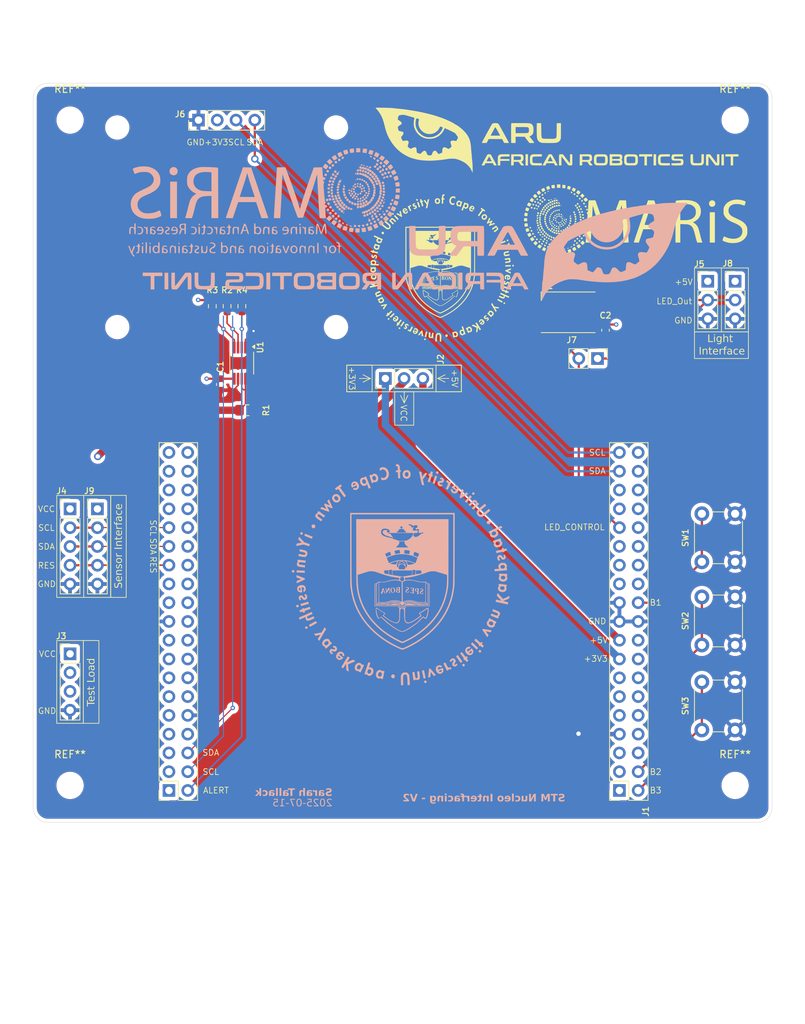
<source format=kicad_pcb>
(kicad_pcb (version 20240108) (generator "pcbnew") (generator_version "8.0")
  (title_block (title "STM Nucleo Interfacing") (date "2025-07-15") (rev "2") (company "University of Cape Town") (comment 1 "Sarah Tallack"))
  (layers (0 "F.Cu" signal) (1 "In1.Cu" signal) (2 "In2.Cu" signal) (31 "B.Cu" signal) (34 "B.Paste" user) (35 "F.Paste" user) (36 "B.SilkS" user "B.Silkscreen") (37 "F.SilkS" user "F.Silkscreen") (38 "B.Mask" user) (39 "F.Mask" user) (44 "Edge.Cuts" user))
  (net 0 "")
  (net 1 "GND")
  (net 2 "+3V3")
  (net 3 "/LED_OUT")
  (net 4 "/SDA_2")
  (net 5 "/B3")
  (net 7 "+5V")
  (net 8 "/LED_CONTROL")
  (net 22 "VCC")
  (net 27 "/SCL_3")
  (net 28 "/SDA_3")
  (net 32 "/ALERT")
  (net 44 "/B1")
  (net 49 "/RESET")
  (net 64 "/SCL_2")
  (net 65 "/SDA_1")
  (net 67 "/B2")
  (net 68 "/SCL_1")
  (net 69 "VBUS")
  (footprint "Connector_PinHeader_2.54mm:PinHeader_1x04_P2.54mm_Vertical" (layer "F.Cu") (at 22.87 111.660426)
    (property "Reference" "J3" (at -1.2 -2.4 0) (layer "F.SilkS") (effects (font (size 0.8 0.8))))
    (property "Value" "Conn_01x05_Pin")
    (pad "1" thru_hole rect (at 0 0) (size 1.7 1.7) (drill 1) (layers "*.Cu" "*.Mask") (net 69 "VBUS"))
    (pad "2" thru_hole oval (at 0 2.54) (size 1.7 1.7) (drill 1) (layers "*.Cu" "*.Mask"))
    (pad "3" thru_hole oval (at 0 5.08) (size 1.7 1.7) (drill 1) (layers "*.Cu" "*.Mask"))
    (pad "4" thru_hole oval (at 0 7.62) (size 1.7 1.7) (drill 1) (layers "*.Cu" "*.Mask") (net 1 "GND"))
  )
  (footprint "Logos:UCT_20mm" (layer "F.Cu") (at 73.12 59.46)
    (property "Reference" "G***" (hide yes))
    (property "Value" "LOGO" (hide yes))
  )
  (footprint "Connector_PinHeader_2.54mm:PinHeader_1x02_P2.54mm_Vertical" (layer "F.Cu") (at 94.254276 71.712665 -90)
    (property "Reference" "J7" (at -2.5 3.5 180) (layer "F.SilkS") (effects (font (size 0.8 0.8))))
    (property "Value" "Conn_01x02_Pin")
    (pad "1" thru_hole rect (at 0 0 270) (size 1.7 1.7) (drill 1) (layers "*.Cu" "*.Mask") (net 3 "/LED_OUT"))
    (pad "2" thru_hole oval (at 0 2.54 270) (size 1.7 1.7) (drill 1) (layers "*.Cu" "*.Mask") (net 8 "/LED_CONTROL"))
  )
  (footprint "Connector_PinHeader_2.54mm:PinHeader_1x05_P2.54mm_Vertical" (layer "F.Cu") (at 22.87 92.05646)
    (property "Reference" "J4" (at -1.15 -2.43 0) (layer "F.SilkS") (effects (font (size 0.8 0.8))))
    (property "Value" "Conn_01x05_Pin")
    (pad "1" thru_hole rect (at 0 0) (size 1.7 1.7) (drill 1) (layers "*.Cu" "*.Mask") (net 69 "VBUS"))
    (pad "2" thru_hole oval (at 0 2.54) (size 1.7 1.7) (drill 1) (layers "*.Cu" "*.Mask") (net 64 "/SCL_2"))
    (pad "3" thru_hole oval (at 0 5.08) (size 1.7 1.7) (drill 1) (layers "*.Cu" "*.Mask") (net 4 "/SDA_2"))
    (pad "4" thru_hole oval (at 0 7.62) (size 1.7 1.7) (drill 1) (layers "*.Cu" "*.Mask") (net 49 "/RESET"))
    (pad "5" thru_hole oval (at 0 10.16) (size 1.7 1.7) (drill 1) (layers "*.Cu" "*.Mask") (net 1 "GND"))
  )
  (footprint "Sarah_Library:1.3_OLED_Screen" (layer "F.Cu") (at 44.06 39.46 -90)
    (property "Reference" "J6" (at -0.8 6.3 0) (layer "F.SilkS") (effects (font (size 0.8 0.8))))
    (property "Value" "Conn_01x05_Pin")
    (pad "" np_thru_hole circle (at 1 -14.8 270) (size 2.8 2.8) (drill 2.8) (layers "F&B.Cu" "*.Mask"))
    (pad "" np_thru_hole circle (at 1 14.8 270) (size 2.8 2.8) (drill 2.8) (layers "F&B.Cu" "*.Mask"))
    (pad "" np_thru_hole circle (at 28 -14.8 270) (size 2.8 2.8) (drill 2.8) (layers "F&B.Cu" "*.Mask"))
    (pad "" np_thru_hole circle (at 28 14.8 270) (size 2.8 2.8) (drill 2.8) (layers "F&B.Cu" "*.Mask"))
    (pad "1" thru_hole rect (at 0 3.81 90) (size 1.7 1.7) (drill 1) (layers "*.Cu" "*.Mask") (net 1 "GND"))
    (pad "2" thru_hole oval (at 0 1.27 90) (size 1.7 1.7) (drill 1) (layers "*.Cu" "*.Mask") (net 2 "+3V3"))
    (pad "3" thru_hole oval (at 0 -1.27 90) (size 1.7 1.7) (drill 1) (layers "*.Cu" "*.Mask") (net 27 "/SCL_3"))
    (pad "4" thru_hole oval (at 0 -3.81 90) (size 1.7 1.7) (drill 1) (layers "*.Cu" "*.Mask") (net 28 "/SDA_3"))
  )
  (footprint "MountingHole:MountingHole_3.2mm_M3" (layer "F.Cu") (at 22.87 129.46)
    (property "Reference" "REF**" (at 0 -4.2 0) (layer "F.SilkS"))
    (property "Value" "MountingHole_3.2mm_M3")
    (pad "" np_thru_hole circle (at 0 0) (size 3.2 3.2) (drill 3.2) (layers "*.Mask" "F.Cu" "In1.Cu" "In2.Cu" "B.Cu"))
  )
  (footprint "Connector_PinHeader_2.54mm:PinHeader_1x03_P2.54mm_Vertical" (layer "F.Cu") (at 112.87 61.261641)
    (property "Reference" "J8" (at -1 -2.4 0) (layer "F.SilkS") (effects (font (size 0.8 0.8))))
    (property "Value" "Conn_01x03_Pin")
    (pad "1" thru_hole rect (at 0 0) (size 1.7 1.7) (drill 1) (layers "*.Cu" "*.Mask") (net 7 "+5V"))
    (pad "2" thru_hole oval (at 0 2.54) (size 1.7 1.7) (drill 1) (layers "*.Cu" "*.Mask") (net 3 "/LED_OUT"))
    (pad "3" thru_hole oval (at 0 5.08) (size 1.7 1.7) (drill 1) (layers "*.Cu" "*.Mask") (net 1 "GND"))
  )
  (footprint "Connector_PinHeader_2.54mm:PinHeader_1x03_P2.54mm_Vertical" (layer "F.Cu") (at 65.537463 74.410744 90)
    (property "Reference" "J2" (at 2.6 7.48 -90) (layer "F.SilkS") (effects (font (size 0.8 0.8))))
    (property "Value" "Conn_01x03_Pin")
    (pad "1" thru_hole rect (at 0 0 90) (size 1.7 1.7) (drill 1) (layers "*.Cu" "*.Mask") (net 2 "+3V3"))
    (pad "2" thru_hole oval (at 0 2.54 90) (size 1.7 1.7) (drill 1) (layers "*.Cu" "*.Mask") (net 22 "VCC"))
    (pad "3" thru_hole oval (at 0 5.08 90) (size 1.7 1.7) (drill 1) (layers "*.Cu" "*.Mask") (net 7 "+5V"))
  )
  (footprint "Logos:MARiS_10mm" (layer "F.Cu") (at 99.62 52.96)
    (property "Reference" "G***" (hide yes))
    (property "Value" "LOGO" (hide yes))
  )
  (footprint "Button_Switch_THT:SW_PUSH_6mm" (layer "F.Cu") (at 108.37 121.96 90)
    (property "Reference" "SW3" (at 3.25 -2.23 -90) (layer "F.SilkS") (effects (font (size 0.8 0.8))))
    (property "Value" "SW_Push")
    (pad "1" thru_hole circle (at 0 0 180) (size 2 2) (drill 1.1) (layers "*.Cu" "*.Mask") (net 5 "/B3"))
    (pad "1" thru_hole circle (at 6.5 0 180) (size 2 2) (drill 1.1) (layers "*.Cu" "*.Mask") (net 5 "/B3"))
    (pad "2" thru_hole circle (at 0 4.5 180) (size 2 2) (drill 1.1) (layers "*.Cu" "*.Mask") (net 1 "GND"))
    (pad "2" thru_hole circle (at 6.5 4.5 180) (size 2 2) (drill 1.1) (layers "*.Cu" "*.Mask") (net 1 "GND"))
  )
  (footprint "Resistor_SMD:R_0603_1608Metric" (layer "F.Cu") (at 42.12 64.635 90)
    (property "Reference" "R3" (at 2.175 0 0) (layer "F.SilkS") (effects (font (size 0.8 0.8))))
    (property "Value" "4.7k")
    (pad "1" smd roundrect (at -0.825 0 90) (size 0.8 0.95) (layers "F.Cu" "F.Paste" "F.Mask") (net 68 "/SCL_1"))
    (pad "2" smd roundrect (at 0.825 0 90) (size 0.8 0.95) (layers "F.Cu" "F.Paste" "F.Mask") (net 2 "+3V3"))
  )
  (footprint "Button_Switch_THT:SW_PUSH_6mm" (layer "F.Cu") (at 108.37 99.21 90)
    (property "Reference" "SW1" (at 3.25 -2.23 -90) (layer "F.SilkS") (effects (font (size 0.8 0.8))))
    (property "Value" "SW_Push")
    (pad "1" thru_hole circle (at 0 0 180) (size 2 2) (drill 1.1) (layers "*.Cu" "*.Mask") (net 44 "/B1"))
    (pad "1" thru_hole circle (at 6.5 0 180) (size 2 2) (drill 1.1) (layers "*.Cu" "*.Mask") (net 44 "/B1"))
    (pad "2" thru_hole circle (at 0 4.5 180) (size 2 2) (drill 1.1) (layers "*.Cu" "*.Mask") (net 1 "GND"))
    (pad "2" thru_hole circle (at 6.5 4.5 180) (size 2 2) (drill 1.1) (layers "*.Cu" "*.Mask") (net 1 "GND"))
  )
  (footprint "LED_SMD:LED_WS2812B_PLCC4_5.0x5.0mm_P3.2mm" (layer "F.Cu") (at 90.279276 65.462665 180)
    (property "Reference" "D1" (at 2.833208 3.575492 180) (layer "F.SilkS") (effects (font (size 0.8 0.8))))
    (property "Value" "WS2812")
    (pad "1" smd rect (at -2.45 -1.65 180) (size 1.5 0.9) (layers "F.Cu" "F.Paste" "F.Mask") (net 7 "+5V"))
    (pad "2" smd rect (at -2.45 1.65 180) (size 1.5 0.9) (layers "F.Cu" "F.Paste" "F.Mask") (net 3 "/LED_OUT"))
    (pad "3" smd rect (at 2.45 1.65 180) (size 1.5 0.9) (layers "F.Cu" "F.Paste" "F.Mask") (net 1 "GND"))
    (pad "4" smd rect (at 2.45 -1.65 180) (size 1.5 0.9) (layers "F.Cu" "F.Paste" "F.Mask") (net 8 "/LED_CONTROL"))
  )
  (footprint "Capacitor_SMD:C_0603_1608Metric" (layer "F.Cu") (at 95.329276 67.887665 -90)
    (property "Reference" "C2" (at -2 0 180) (layer "F.SilkS") (effects (font (size 0.8 0.8))))
    (property "Value" "100nF")
    (pad "1" smd roundrect (at -0.775 0 270) (size 0.9 0.95) (layers "F.Cu" "F.Paste" "F.Mask") (net 7 "+5V"))
    (pad "2" smd roundrect (at 0.775 0 270) (size 0.9 0.95) (layers "F.Cu" "F.Paste" "F.Mask") (net 1 "GND"))
  )
  (footprint "Sarah_Library:Nucleo64-Pins" (layer "F.Cu") (at 68.002653 107.28345 180)
    (property "Reference" "J1" (at -32.766 -25.7048 -90) (layer "F.SilkS") (effects (font (size 0.8 0.8))))
    (property "Value" "~")
    (pad "1" thru_hole oval (at -31.75 -22.86 180) (size 1.7 1.7) (drill 1) (layers "*.Cu" "*.Mask") (net 5 "/B3"))
    (pad "2" thru_hole rect (at -29.21 -22.86 180) (size 1.7 1.7) (drill 1) (layers "*.Cu" "*.Mask"))
    (pad "3" thru_hole oval (at -31.75 -20.32 180) (size 1.7 1.7) (drill 1) (layers "*.Cu" "*.Mask") (net 67 "/B2"))
    (pad "4" thru_hole oval (at -29.21 -20.32 180) (size 1.7 1.7) (drill 1) (layers "*.Cu" "*.Mask"))
    (pad "5" thru_hole oval (at -31.75 -17.78 180) (size 1.7 1.7) (drill 1) (layers "*.Cu" "*.Mask"))
    (pad "6" thru_hole oval (at -29.21 -17.78 180) (size 1.7 1.7) (drill 1) (layers "*.Cu" "*.Mask"))
    (pad "7" thru_hole oval (at -31.75 -15.24 180) (size 1.7 1.7) (drill 1) (layers "*.Cu" "*.Mask"))
    (pad "8" thru_hole oval (at -29.21 -15.24 180) (size 1.7 1.7) (drill 1) (layers "*.Cu" "*.Mask") (net 1 "GND"))
    (pad "9" thru_hole oval (at -31.75 -12.7 180) (size 1.7 1.7) (drill 1) (layers "*.Cu" "*.Mask"))
    (pad "10" thru_hole oval (at -29.21 -12.7 180) (size 1.7 1.7) (drill 1) (layers "*.Cu" "*.Mask"))
    (pad "11" thru_hole oval (at -31.75 -10.16 180) (size 1.7 1.7) (drill 1) (layers "*.Cu" "*.Mask"))
    (pad "12" thru_hole oval (at -29.21 -10.16 180) (size 1.7 1.7) (drill 1) (layers "*.Cu" "*.Mask"))
    (pad "13" thru_hole oval (at -31.75 -7.62 180) (size 1.7 1.7) (drill 1) (layers "*.Cu" "*.Mask"))
    (pad "14" thru_hole oval (at -29.21 -7.62 180) (size 1.7 1.7) (drill 1) (layers "*.Cu" "*.Mask"))
    (pad "15" thru_hole oval (at -31.75 -5.08 180) (size 1.7 1.7) (drill 1) (layers "*.Cu" "*.Mask"))
    (pad "16" thru_hole oval (at -29.21 -5.08 180) (size 1.7 1.7) (drill 1) (layers "*.Cu" "*.Mask") (net 2 "+3V3"))
    (pad "17" thru_hole oval (at -31.75 -2.54 180) (size 1.7 1.7) (drill 1) (layers "*.Cu" "*.Mask"))
    (pad "18" thru_hole oval (at -29.21 -2.54 180) (size 1.7 1.7) (drill 1) (layers "*.Cu" "*.Mask") (net 7 "+5V"))
    (pad "19" thru_hole oval (at -31.75 0 180) (size 1.7 1.7) (drill 1) (layers "*.Cu" "*.Mask") (net 1 "GND"))
    (pad "20" thru_hole oval (at -29.21 0 180) (size 1.7 1.7) (drill 1) (layers "*.Cu" "*.Mask") (net 1 "GND"))
    (pad "21" thru_hole oval (at -31.75 2.54 180) (size 1.7 1.7) (drill 1) (layers "*.Cu" "*.Mask") (net 44 "/B1"))
    (pad "22" thru_hole oval (at -29.21 2.54 180) (size 1.7 1.7) (drill 1) (layers "*.Cu" "*.Mask") (net 1 "GND"))
    (pad "23" thru_hole oval (at -31.75 5.08 180) (size 1.7 1.7) (drill 1) (layers "*.Cu" "*.Mask"))
    (pad "24" thru_hole oval (at -29.21 5.08 180) (size 1.7 1.7) (drill 1) (layers "*.Cu" "*.Mask"))
    (pad "25" thru_hole oval (at -31.75 7.62 180) (size 1.7 1.7) (drill 1) (layers "*.Cu" "*.Mask"))
    (pad "26" thru_hole oval (at -29.21 7.62 180) (size 1.7 1.7) (drill 1) (layers "*.Cu" "*.Mask"))
    (pad "27" thru_hole oval (at -31.75 10.16 180) (size 1.7 1.7) (drill 1) (layers "*.Cu" "*.Mask"))
    (pad "28" thru_hole oval (at -29.21 10.16 180) (size 1.7 1.7) (drill 1) (layers "*.Cu" "*.Mask"))
    (pad "29" thru_hole oval (at -31.75 12.7 180) (size 1.7 1.7) (drill 1) (layers "*.Cu" "*.Mask"))
    (pad "30" thru_hole oval (at -29.21 12.7 180) (size 1.7 1.7) (drill 1) (layers "*.Cu" "*.Mask") (net 8 "/LED_CONTROL"))
    (pad "31" thru_hole oval (at -31.75 15.24 180) (size 1.7 1.7) (drill 1) (layers "*.Cu" "*.Mask"))
    (pad "32" thru_hole oval (at -29.21 15.24 180) (size 1.7 1.7) (drill 1) (layers "*.Cu" "*.Mask"))
    (pad "33" thru_hole oval (at -31.75 17.78 180) (size 1.7 1.7) (drill 1) (layers "*.Cu" "*.Mask"))
    (pad "34" thru_hole oval (at -29.21 17.78 180) (size 1.7 1.7) (drill 1) (layers "*.Cu" "*.Mask"))
    (pad "35" thru_hole oval (at -31.75 20.32 180) (size 1.7 1.7) (drill 1) (layers "*.Cu" "*.Mask"))
    (pad "36" thru_hole oval (at -29.21 20.32 180) (size 1.7 1.7) (drill 1) (layers "*.Cu" "*.Mask") (net 28 "/SDA_3"))
    (pad "37" thru_hole oval (at -31.75 22.86 180) (size 1.7 1.7) (drill 1) (layers "*.Cu" "*.Mask"))
    (pad "38" thru_hole oval (at -29.21 22.86 180) (size 1.7 1.7) (drill 1) (layers "*.Cu" "*.Mask") (net 27 "/SCL_3"))
    (pad "39" thru_hole oval (at 29.21 -22.86 180) (size 1.7 1.7) (drill 1) (layers "*.Cu" "*.Mask") (net 32 "/ALERT"))
    (pad "40" thru_hole rect (at 31.75 -22.86 180) (size 1.7 1.7) (drill 1) (layers "*.Cu" "*.Mask"))
    (pad "41" thru_hole oval (at 29.21 -20.32 180) (size 1.7 1.7) (drill 1) (layers "*.Cu" "*.Mask") (net 68 "/SCL_1"))
    (pad "42" thru_hole oval (at 31.75 -20.32 180) (size 1.7 1.7) (drill 1) (layers "*.Cu" "*.Mask"))
    (pad "43" thru_hole oval (at 29.21 -17.78 180) (size 1.7 1.7) (drill 1) (layers "*.Cu" "*.Mask") (net 65 "/SDA_1"))
    (pad "44" thru_hole oval (at 31.75 -17.78 180) (size 1.7 1.7) (drill 1) (layers "*.Cu" "*.Mask"))
    (pad "45" thru_hole oval (at 29.21 -15.24 180) (size 1.7 1.7) (drill 1) (layers "*.Cu" "*.Mask"))
    (pad "46" thru_hole oval (at 31.75 -15.24 180) (size 1.7 1.7) (drill 1) (layers "*.Cu" "*.Mask"))
    (pad "47" thru_hole oval (at 29.21 -12.7 180) (size 1.7 1.7) (drill 1) (layers "*.Cu" "*.Mask") (net 1 "GND"))
    (pad "48" thru_hole oval (at 31.75 -12.7 180) (size 1.7 1.7) (drill 1) (layers "*.Cu" "*.Mask"))
    (pad "49" thru_hole oval (at 29.21 -10.16 180) (size 1.7 1.7) (drill 1) (layers "*.Cu" "*.Mask"))
    (pad "50" thru_hole oval (at 31.75 -10.16 180) (size 1.7 1.7) (drill 1) (layers "*.Cu" "*.Mask"))
    (pad "51" thru_hole oval (at 29.21 -7.62 180) (size 1.7 1.7) (drill 1) (layers "*.Cu" "*.Mask"))
    (pad "52" thru_hole oval (at 31.75 -7.62 180) (size 1.7 1.7) (drill 1) (layers "*.Cu" "*.Mask"))
    (pad "53" thru_hole oval (at 29.21 -5.08 180) (size 1.7 1.7) (drill 1) (layers "*.Cu" "*.Mask"))
    (pad "54" thru_hole oval (at 31.75 -5.08 180) (size 1.7 1.7) (drill 1) (layers "*.Cu" "*.Mask"))
    (pad "55" thru_hole oval (at 29.21 -2.54 180) (size 1.7 1.7) (drill 1) (layers "*.Cu" "*.Mask"))
    (pad "56" thru_hole oval (at 31.75 -2.54 180) (size 1.7 1.7) (drill 1) (layers "*.Cu" "*.Mask"))
    (pad "57" thru_hole oval (at 29.21 0 180) (size 1.7 1.7) (drill 1) (layers "*.Cu" "*.Mask"))
    (pad "58" thru_hole oval (at 31.75 0 180) (size 1.7 1.7) (drill 1) (layers "*.Cu" "*.Mask") (net 1 "GND"))
    (pad "59" thru_hole oval (at 29.21 2.54 180) (size 1.7 1.7) (drill 1) (layers "*.Cu" "*.Mask"))
    (pad "60" thru_hole oval (at 31.75 2.54 180) (size 1.7 1.7) (drill 1) (layers "*.Cu" "*.Mask"))
    (pad "61" thru_hole oval (at 29.21 5.08 180) (size 1.7 1.7) (drill 1) (layers "*.Cu" "*.Mask"))
    (pad "62" thru_hole oval (at 31.75 5.08 180) (size 1.7 1.7) (drill 1) (layers "*.Cu" "*.Mask"))
    (pad "63" thru_hole oval (at 29.21 7.62 180) (size 1.7 1.7) (drill 1) (layers "*.Cu" "*.Mask"))
    (pad "64" thru_hole oval (at 31.75 7.62 180) (size 1.7 1.7) (drill 1) (layers "*.Cu" "*.Mask") (net 49 "/RESET"))
    (pad "65" thru_hole oval (at 29.21 10.16 180) (size 1.7 1.7) (drill 1) (layers "*.Cu" "*.Mask"))
    (pad "66" thru_hole oval (at 31.75 10.16 180) (size 1.7 1.7) (drill 1) (layers "*.Cu" "*.Mask") (net 4 "/SDA_2"))
    (pad "67" thru_hole oval (at 29.21 12.7 180) (size 1.7 1.7) (drill 1) (layers "*.Cu" "*.Mask"))
    (pad "68" thru_hole oval (at 31.75 12.7 180) (size 1.7 1.7) (drill 1) (layers "*.Cu" "*.Mask") (net 64 "/SCL_2"))
    (pad "69" thru_hole oval (at 29.21 15.24 180) (size 1.7 1.7) (drill 1) (layers "*.Cu" "*.Mask"))
    (pad "70" thru_hole oval (at 31.75 15.24 180) (size 1.7 1.7) (drill 1) (layers "*.Cu" "*.Mask"))
    (pad "71" thru_hole oval (at 29.21 17.78 180) (size 1.7 1.7) (drill 1) (layers "*.Cu" "*.Mask"))
    (pad "72" thru_hole oval (at 31.75 17.78 180) (size 1.7 1.7) (drill 1) (layers "*.Cu" "*.Mask"))
    (pad "73" thru_hole oval (at 29.21 20.32 180) (size 1.7 1.7) (drill 1) (layers "*.Cu" "*.Mask"))
    (pad "74" thru_hole oval (at 31.75 20.32 180) (size 1.7 1.7) (drill 1) (layers "*.Cu" "*.Mask"))
    (pad "75" thru_hole oval (at 29.21 22.86 180) (size 1.7 1.7) (drill 1) (layers "*.Cu" "*.Mask"))
    (pad "76" thru_hole oval (at 31.75 22.86 180) (size 1.7 1.7) (drill 1) (layers "*.Cu" "*.Mask"))
  )
  (footprint "Capacitor_SMD:C_0603_1608Metric" (layer "F.Cu") (at 43.203314 75.222103 -90)
    (property "Reference" "C1" (at -2.376894 0 90) (layer "F.SilkS") (effects (font (size 0.8 0.8))))
    (property "Value" "100nF")
    (pad "1" smd roundrect (at -0.775 0 270) (size 0.9 0.95) (layers "F.Cu" "F.Paste" "F.Mask") (net 2 "+3V3"))
    (pad "2" smd roundrect (at 0.775 0 270) (size 0.9 0.95) (layers "F.Cu" "F.Paste" "F.Mask") (net 1 "GND"))
  )
  (footprint "Package_SO:MSOP-10_3x3mm_P0.5mm" (layer "F.Cu") (at 46.103314 72.334603 -90)
    (property "Reference" "U1" (at -2.139394 -2.5 90) (layer "F.SilkS") (effects (font (size 0.8 0.8))))
    (property "Value" "INA226")
    (pad "1" smd roundrect (at -2.1125 -1 270) (size 1.625 0.35) (layers "F.Cu" "F.Paste" "F.Mask") (net 1 "GND"))
    (pad "2" smd roundrect (at -2.1125 -0.5 270) (size 1.625 0.35) (layers "F.Cu" "F.Paste" "F.Mask") (net 1 "GND"))
    (pad "3" smd roundrect (at -2.1125 0 270) (size 1.625 0.35) (layers "F.Cu" "F.Paste" "F.Mask") (net 32 "/ALERT"))
    (pad "4" smd roundrect (at -2.1125 0.5 270) (size 1.625 0.35) (layers "F.Cu" "F.Paste" "F.Mask") (net 65 "/SDA_1"))
    (pad "5" smd roundrect (at -2.1125 1 270) (size 1.625 0.35) (layers "F.Cu" "F.Paste" "F.Mask") (net 68 "/SCL_1"))
    (pad "6" smd roundrect (at 2.1125 1 270) (size 1.625 0.35) (layers "F.Cu" "F.Paste" "F.Mask") (net 2 "+3V3"))
    (pad "7" smd roundrect (at 2.1125 0.5 270) (size 1.625 0.35) (layers "F.Cu" "F.Paste" "F.Mask") (net 1 "GND"))
    (pad "8" smd roundrect (at 2.1125 0 270) (size 1.625 0.35) (layers "F.Cu" "F.Paste" "F.Mask") (net 69 "VBUS"))
    (pad "9" smd roundrect (at 2.1125 -0.5 270) (size 1.625 0.35) (layers "F.Cu" "F.Paste" "F.Mask") (net 69 "VBUS"))
    (pad "10" smd roundrect (at 2.1125 -1 270) (size 1.625 0.35) (layers "F.Cu" "F.Paste" "F.Mask") (net 22 "VCC"))
  )
  (footprint "Resistor_SMD:R_0603_1608Metric" (layer "F.Cu") (at 46.12 64.635 90)
    (property "Reference" "R4" (at 2.175 0 0) (layer "F.SilkS") (effects (font (size 0.8 0.8))))
    (property "Value" "4.7k")
    (pad "1" smd roundrect (at -0.825 0 90) (size 0.8 0.95) (layers "F.Cu" "F.Paste" "F.Mask") (net 32 "/ALERT"))
    (pad "2" smd roundrect (at 0.825 0 90) (size 0.8 0.95) (layers "F.Cu" "F.Paste" "F.Mask") (net 2 "+3V3"))
  )
  (footprint "Resistor_SMD:R_0603_1608Metric" (layer "F.Cu") (at 44.12 64.635 90)
    (property "Reference" "R2" (at 2.175 0 0) (layer "F.SilkS") (effects (font (size 0.8 0.8))))
    (property "Value" "4.7k")
    (pad "1" smd roundrect (at -0.825 0 90) (size 0.8 0.95) (layers "F.Cu" "F.Paste" "F.Mask") (net 65 "/SDA_1"))
    (pad "2" smd roundrect (at 0.825 0 90) (size 0.8 0.95) (layers "F.Cu" "F.Paste" "F.Mask") (net 2 "+3V3"))
  )
  (footprint "Capacitor_SMD:C_0805_2012Metric_Pad1.18x1.45mm_HandSolder" (layer "F.Cu") (at 46.8325 78.71 180)
    (property "Reference" "R1" (at -2.5625 0 -90) (layer "F.SilkS") (effects (font (size 0.8 0.8))))
    (property "Value" "75")
    (pad "1" smd roundrect (at -1.0375 0 180) (size 1.175 1.45) (layers "F.Cu" "F.Paste" "F.Mask") (roundrect_rratio 0.212766) (net 22 "VCC"))
    (pad "2" smd roundrect (at 1.0375 0 180) (size 1.175 1.45) (layers "F.Cu" "F.Paste" "F.Mask") (roundrect_rratio 0.212766) (net 69 "VBUS"))
  )
  (footprint "Connector_PinHeader_2.54mm:PinHeader_1x05_P2.54mm_Vertical" (layer "F.Cu") (at 26.57 92.05646)
    (property "Reference" "J9" (at -1.1 -2.43 0) (layer "F.SilkS") (effects (font (size 0.8 0.8))))
    (property "Value" "Conn_01x05_Pin")
    (pad "1" thru_hole rect (at 0 0) (size 1.7 1.7) (drill 1) (layers "*.Cu" "*.Mask") (net 69 "VBUS"))
    (pad "2" thru_hole oval (at 0 2.54) (size 1.7 1.7) (drill 1) (layers "*.Cu" "*.Mask") (net 64 "/SCL_2"))
    (pad "3" thru_hole oval (at 0 5.08) (size 1.7 1.7) (drill 1) (layers "*.Cu" "*.Mask") (net 4 "/SDA_2"))
    (pad "4" thru_hole oval (at 0 7.62) (size 1.7 1.7) (drill 1) (layers "*.Cu" "*.Mask") (net 49 "/RESET"))
    (pad "5" thru_hole oval (at 0 10.16) (size 1.7 1.7) (drill 1) (layers "*.Cu" "*.Mask") (net 1 "GND"))
  )
  (footprint "Connector_PinHeader_2.54mm:PinHeader_1x03_P2.54mm_Vertical" (layer "F.Cu") (at 109.17 61.261641)
    (property "Reference" "J5" (at -1.143444 -2.33 0) (layer "F.SilkS") (effects (font (size 0.8 0.8))))
    (property "Value" "Conn_01x03_Pin")
    (pad "1" thru_hole rect (at 0 0) (size 1.7 1.7) (drill 1) (layers "*.Cu" "*.Mask") (net 7 "+5V"))
    (pad "2" thru_hole oval (at 0 2.54) (size 1.7 1.7) (drill 1) (layers "*.Cu" "*.Mask") (net 3 "/LED_OUT"))
    (pad "3" thru_hole oval (at 0 5.08) (size 1.7 1.7) (drill 1) (layers "*.Cu" "*.Mask") (net 1 "GND"))
  )
  (footprint "Logos:ARU_full_10mm" (layer "F.Cu") (at 88.62 42.46)
    (property "Reference" "G***" (hide yes))
    (property "Value" "LOGO" (hide yes))
  )
  (footprint "MountingHole:MountingHole_3.2mm_M3" (layer "F.Cu") (at 112.87 39.46)
    (property "Reference" "REF**" (at 0 -4.2 0) (layer "F.SilkS"))
    (property "Value" "MountingHole_3.2mm_M3")
    (pad "" np_thru_hole circle (at 0 0) (size 3.2 3.2) (drill 3.2) (layers "*.Mask" "F.Cu" "In1.Cu" "In2.Cu" "B.Cu"))
  )
  (footprint "Button_Switch_THT:SW_PUSH_6mm" (layer "F.Cu") (at 108.37 110.46 90)
    (property "Reference" "SW2" (at 3.25 -2.23 -90) (layer "F.SilkS") (effects (font (size 0.8 0.8))))
    (property "Value" "SW_Push")
    (pad "1" thru_hole circle (at 0 0 180) (size 2 2) (drill 1.1) (layers "*.Cu" "*.Mask") (net 67 "/B2"))
    (pad "1" thru_hole circle (at 6.5 0 180) (size 2 2) (drill 1.1) (layers "*.Cu" "*.Mask") (net 67 "/B2"))
    (pad "2" thru_hole circle (at 0 4.5 180) (size 2 2) (drill 1.1) (layers "*.Cu" "*.Mask") (net 1 "GND"))
    (pad "2" thru_hole circle (at 6.5 4.5 180) (size 2 2) (drill 1.1) (layers "*.Cu" "*.Mask") (net 1 "GND"))
  )
  (footprint "MountingHole:MountingHole_3.2mm_M3" (layer "F.Cu") (at 22.87 39.46)
    (property "Reference" "REF**" (at 0 -4.2 0) (layer "F.SilkS"))
    (property "Value" "MountingHole_3.2mm_M3")
    (pad "" np_thru_hole circle (at 0 0) (size 3.2 3.2) (drill 3.2) (layers "*.Cu" "*.Mask"))
  )
  (footprint "MountingHole:MountingHole_3.2mm_M3" (layer "F.Cu") (at 112.87 129.46)
    (property "Reference" "REF**" (at 0 -4.2 0) (layer "F.SilkS"))
    (property "Value" "MountingHole_3.2mm_M3")
    (pad "" np_thru_hole circle (at 0 0) (size 3.2 3.2) (drill 3.2) (layers "*.Mask" "F.Cu" "In1.Cu" "In2.Cu" "B.Cu"))
  )
  (footprint "Logos:ARU_full_15mm" (layer "B.Cu") (at 69.795907 57.661253 180)
    (property "Reference" "G***" (hide yes))
    (property "Value" "LOGO" (hide yes))
  )
  (footprint "Logos:MARiS_full_15mm" (layer "B.Cu") (at 49.07 50.51 180)
    (property "Reference" "G***" (hide yes))
    (property "Value" "LOGO" (hide yes))
  )
  (footprint "Logos:UCT_30mm" (layer "B.Cu") (at 67.62 100.96 180)
    (property "Reference" "G***" (hide yes))
    (property "Value" "LOGO" (hide yes))
  )
  (gr_line (start 63.517463 74.410744) (end 62.517463 73.910744) (stroke (width 0.1)) (layer "F.SilkS"))
  (gr_line (start 72.617463 74.410744) (end 73.617463 74.910744) (stroke (width 0.1)) (layer "F.SilkS"))
  (gr_rect (start 60.317463 72.608005) (end 63.742863 76.210744) (stroke (width 0.1)) (fill none) (layer "F.SilkS"))
  (gr_line (start 72.617463 74.410744) (end 73.617463 73.910744) (stroke (width 0.1)) (layer "F.SilkS"))
  (gr_rect (start 72.398767 72.608005) (end 75.824167 76.210744) (stroke (width 0.1)) (fill none) (layer "F.SilkS"))
  (gr_rect (start 107.37 68.111314) (end 114.67 71.711314) (stroke (width 0.1)) (fill none) (layer "F.SilkS"))
  (gr_rect (start 66.807463 76.210744) (end 69.377463 80.736144) (stroke (width 0.1)) (fill none) (layer "F.SilkS"))
  (gr_rect (start 107.37 59.46) (end 114.67 68.11) (stroke (width 0.1)) (fill none) (layer "F.SilkS"))
  (gr_line (start 63.517463 74.410744) (end 62.517463 74.910744) (stroke (width 0.1)) (layer "F.SilkS"))
  (gr_rect (start 21.07 90.22646) (end 28.37 104.02646) (stroke (width 0.1)) (fill none) (layer "F.SilkS"))
  (gr_line (start 24.72 90.22646) (end 24.72 104.02646) (stroke (width 0.1)) (layer "F.SilkS"))
  (gr_line (start 68.092463 77.710744) (end 68.592463 76.710744) (stroke (width 0.1)) (layer "F.SilkS"))
  (gr_rect (start 28.37 90.22646) (end 30.47 104.02646) (stroke (width 0.1)) (fill none) (layer "F.SilkS"))
  (gr_line (start 74.117463 74.410744) (end 72.617463 74.410744) (stroke (width 0.1)) (layer "F.SilkS"))
  (gr_line (start 62.017463 74.410744) (end 63.517463 74.410744) (stroke (width 0.1)) (layer "F.SilkS"))
  (gr_line (start 111.02 59.46) (end 111.02 68.11) (stroke (width 0.1)) (layer "F.SilkS"))
  (gr_line (start 68.092463 76.210744) (end 68.092463 77.710744) (stroke (width 0.1)) (layer "F.SilkS"))
  (gr_rect (start 24.670847 109.86) (end 26.770847 121.06) (stroke (width 0.1)) (fill none) (layer "F.SilkS"))
  (gr_line (start 68.092463 77.710744) (end 67.592463 76.710744) (stroke (width 0.1)) (layer "F.SilkS"))
  (gr_rect (start 60.31635 72.609375) (end 75.824167 76.209375) (stroke (width 0.1)) (fill none) (layer "F.SilkS"))
  (gr_rect (start 21.062531 109.86) (end 24.662531 121.06) (stroke (width 0.1)) (fill none) (layer "F.SilkS"))
  (gr_line (start 117.87 36.46) (end 117.87 132.46) (stroke (width 0.05)) (layer "Edge.Cuts"))
  (gr_arc (start 117.87 132.46) (mid 117.284214 133.874214) (end 115.87 134.46) (stroke (width 0.05)) (layer "Edge.Cuts"))
  (gr_arc (start 17.87 36.46) (mid 18.455786 35.045786) (end 19.87 34.46) (stroke (width 0.05)) (layer "Edge.Cuts"))
  (gr_line (start 19.87 34.46) (end 115.87 34.46) (stroke (width 0.05)) (layer "Edge.Cuts"))
  (gr_arc (start 115.87 34.46) (mid 117.284214 35.045786) (end 117.87 36.46) (stroke (width 0.05)) (layer "Edge.Cuts"))
  (gr_line (start 17.87 132.46) (end 17.87 36.46) (stroke (width 0.05)) (layer "Edge.Cuts"))
  (gr_arc (start 19.87 134.46) (mid 18.455786 133.874214) (end 17.87 132.46) (stroke (width 0.05)) (layer "Edge.Cuts"))
  (gr_line (start 115.87 134.46) (end 19.87 134.46) (stroke (width 0.05)) (layer "Edge.Cuts"))
  (gr_text "${COMMENT1}" (at 58.37 130.46 0) (layer "B.SilkS") (effects (font (size 1 1) (thickness 0.15) (bold yes)) (justify left mirror)))
  (gr_text "${ISSUE_DATE}" (at 58.37 132.46 0) (layer "B.SilkS") (effects (font (size 1 1)) (justify left bottom mirror)))
  (gr_text "${TITLE} - V${REVISION}" (at 78.87 131.21 0) (layer "B.SilkS") (effects (font (size 1 1) (bold yes)) (justify mirror)))
  (gr_text "Test Load" (at 25.762531 115.51 90) (layer "F.SilkS") (effects (font (size 1 1) (thickness 0.125))))
  (gr_text "SCL" (at 41.918833 127.62705 0) (layer "F.SilkS") (effects (font (size 0.8 0.8))))
  (gr_text "VCC" (at 19.812531 111.68 0) (layer "F.SilkS") (effects (font (size 0.8 0.8))))
  (gr_text "SDA" (at 41.918833 125.02705 0) (layer "F.SilkS") (effects (font (size 0.8 0.8))))
  (gr_text "SDA" (at 19.67 97.15146 0) (layer "F.SilkS") (effects (font (size 0.8 0.8))))
  (gr_text "+5V" (at 74.917463 74.410744 -90) (layer "F.SilkS") (effects (font (size 0.8 0.8))))
  (gr_text "SDA" (at 94.218833 86.92705 0) (layer "F.SilkS") (effects (font (size 0.8 0.8))))
  (gr_text "+3V3" (at 42.67 42.46 0) (layer "F.SilkS") (effects (font (size 0.8 0.8))))
  (gr_text "GND" (at 105.87 66.56 0) (layer "F.SilkS") (effects (font (size 0.8 0.8))))
  (gr_text "VCC" (at 19.67 92.07646 0) (layer "F.SilkS") (effects (font (size 0.8 0.8))))
  (gr_text "Light \nInterface" (at 111.07 69.91 0) (layer "F.SilkS") (effects (font (size 1 1) (thickness 0.2))))
  (gr_text "B2" (at 102.118833 127.62705 0) (layer "F.SilkS") (effects (font (size 0.8 0.8))))
  (gr_text "+3V3" (at 61.017463 74.410744 -90) (layer "F.SilkS") (effects (font (size 0.8 0.8))))
  (gr_text "LED_CONTROL" (at 91.118833 94.52705 0) (layer "F.SilkS") (effects (font (size 0.8 0.8))))
  (gr_text "RES" (at 34.118833 99.62705 -90) (layer "F.SilkS") (effects (font (size 0.8 0.8))))
  (gr_text "+5V" (at 94.418833 109.82705 0) (layer "F.SilkS") (effects (font (size 0.8 0.8))))
  (gr_text "+5V" (at 105.92 61.36 0) (layer "F.SilkS") (effects (font (size 0.8 0.8))))
  (gr_text "+3V3" (at 94.018833 112.32705 0) (layer "F.SilkS") (effects (font (size 0.8 0.8))))
  (gr_text "GND" (at 19.762531 119.38 0) (layer "F.SilkS") (effects (font (size 0.8 0.8))))
  (gr_text "SDA" (at 34.118833 97.12705 -90) (layer "F.SilkS") (effects (font (size 0.8 0.8))))
  (gr_text "SCL" (at 34.118833 94.62705 -90) (layer "F.SilkS") (effects (font (size 0.8 0.8))))
  (gr_text "LED_Out" (at 102.17 63.96 0) (layer "F.SilkS") (effects (font (size 0.8 0.8)) (justify left)))
  (gr_text "SCL" (at 94.218833 84.42705 0) (layer "F.SilkS") (effects (font (size 0.8 0.8))))
  (gr_text "GND" (at 39.87 42.46 0) (layer "F.SilkS") (effects (font (size 0.8 0.8))))
  (gr_text "SCL" (at 45.37 42.46 0) (layer "F.SilkS") (effects (font (size 0.8 0.8))))
  (gr_text "B3" (at 102.118833 130.12705 0) (layer "F.SilkS") (effects (font (size 0.8 0.8))))
  (gr_text "VCC" (at 68.017463 79.110744 -90) (layer "F.SilkS") (effects (font (size 0.8 0.8))))
  (gr_text "GND" (at 19.72 102.21646 0) (layer "F.SilkS") (effects (font (size 0.8 0.8))))
  (gr_text "Sensor Interface" (at 29.47 97.07646 90) (layer "F.SilkS") (effects (font (size 1 1) (thickness 0.125))))
  (gr_text "RES" (at 19.67 99.71646 0) (layer "F.SilkS") (effects (font (size 0.8 0.8))))
  (gr_text "SCL" (at 19.67 94.61646 0) (layer "F.SilkS") (effects (font (size 0.8 0.8))))
  (gr_text "B1" (at 102.118833 104.72705 0) (layer "F.SilkS") (effects (font (size 0.8 0.8))))
  (gr_text "ALERT" (at 42.618833 130.12705 0) (layer "F.SilkS") (effects (font (size 0.8 0.8))))
  (gr_text "SDA" (at 47.87 42.46 0) (layer "F.SilkS") (effects (font (size 0.8 0.8))))
  (gr_text "GND" (at 94.198348 107.253433 0) (layer "F.SilkS") (effects (font (size 0.8 0.8))))
  (segment (start 47.703314 68.095209) (end 47.703314 67.995209) (width 0.2) (layer "F.Cu") (net 1))
  (segment (start 46.603314 69.171387) (end 46.603314 70.222103) (width 0.2) (layer "F.Cu") (net 1))
  (segment (start 45.603314 75.345209) (end 44.95142 75.997103) (width 0.2) (layer "F.Cu") (net 1))
  (segment (start 45.603314 74.447103) (end 45.603314 75.345209) (width 0.2) (layer "F.Cu") (net 1))
  (segment (start 47.103314 70.222103) (end 47.103314 69.195209) (width 0.2) (layer "F.Cu") (net 1))
  (segment (start 97.212653 122.52345) (end 91.74205 122.52345) (width 0.6) (layer "F.Cu") (net 1))
  (segment (start 46.853314 68.945209) (end 46.829492 68.945209) (width 0.2) (layer "F.Cu") (net 1))
  (segment (start 46.853314 68.945209) (end 47.703314 68.095209) (width 0.2) (layer "F.Cu") (net 1))
  (segment (start 46.829492 68.945209) (end 46.603314 69.171387) (width 0.2) (layer "F.Cu") (net 1))
  (segment (start 91.74205 122.52345) (end 91.679773 122.461173) (width 0.6) (layer "F.Cu") (net 1))
  (segment (start 44.95142 75.997103) (end 43.203314 75.997103) (width 0.2) (layer "F.Cu") (net 1))
  (segment (start 47.103314 69.195209) (end 46.853314 68.945209) (width 0.2) (layer "F.Cu") (net 1))
  (via (at 91.679773 122.461173) (size 1) (drill 0.6) (layers "F.Cu" "B.Cu") (net 1))
  (via (at 47.703314 67.995209) (size 0.6) (drill 0.3) (layers "F.Cu" "B.Cu") (net 1))
  (segment (start 43.203314 74.447103) (end 41.355208 74.447103) (width 0.3) (layer "F.Cu") (net 2))
  (segment (start 43.203314 74.447103) (end 45.078314 74.447103) (width 0.3) (layer "F.Cu") (net 2))
  (segment (start 40.230071 63.81) (end 40.205491 63.78542) (width 0.3) (layer "F.Cu") (net 2))
  (segment (start 46.12 63.81) (end 40.230071 63.81) (width 0.3) (layer "F.Cu") (net 2))
  (segment (start 43.203314 74.447103) (end 43.203314 74.434603) (width 0.2) (layer "F.Cu") (net 2))
  (via (at 41.353314 74.445209) (size 0.6) (drill 0.3) (layers "F.Cu" "B.Cu") (net 2))
  (via (at 40.205491 63.78542) (size 0.6) (drill 0.3) (layers "F.Cu" "B.Cu") (net 2))
  (segment (start 97.212653 112.36345) (end 65.537463 80.68826) (width 1) (layer "B.Cu") (net 2))
  (segment (start 65.537463 80.68826) (end 65.537463 74.410744) (width 1) (layer "B.Cu") (net 2))
  (segment (start 92.7403 63.801641) (end 92.729276 63.812665) (width 0.3) (layer "F.Cu") (net 3))
  (segment (start 109.17 63.801641) (end 92.7403 63.801641) (width 0.3) (layer "F.Cu") (net 3))
  (segment (start 94.254276 71.712665) (end 101.258976 71.712665) (width 0.3) (layer "F.Cu") (net 3))
  (segment (start 101.258976 71.712665) (end 109.17 63.801641) (width 0.3) (layer "F.Cu") (net 3))
  (segment (start 112.87 63.801641) (end 109.17 63.801641) (width 0.3) (layer "B.Cu") (net 3))
  (segment (start 26.57 97.13646) (end 22.87 97.13646) (width 0.3) (layer "F.Cu") (net 4))
  (segment (start 36.252653 97.12345) (end 26.58301 97.12345) (width 0.15) (layer "F.Cu") (net 4))
  (segment (start 26.58301 97.12345) (end 26.57 97.13646) (width 0.15) (layer "F.Cu") (net 4))
  (segment (start 108.37 115.71) (end 108.37 122.21) (width 0.3) (layer "F.Cu") (net 5))
  (segment (start 107.936103 121.96) (end 99.752653 130.14345) (width 0.3) (layer "F.Cu") (net 5))
  (segment (start 108.37 121.96) (end 107.936103 121.96) (width 0.3) (layer "F.Cu") (net 5))
  (segment (start 97.212653 109.82345) (end 70.617463 83.22826) (width 1) (layer "F.Cu") (net 7))
  (segment (start 70.617463 83.22826) (end 70.617463 74.410744) (width 1) (layer "F.Cu") (net 7))
  (segment (start 96.779276 67.112665) (end 92.729276 67.112665) (width 0.3) (layer "F.Cu") (net 7))
  (via (at 96.779276 67.112665) (size 0.6) (drill 0.3) (layers "F.Cu" "B.Cu") (net 7))
  (segment (start 91.714276 71.712665) (end 91.714276 89.085073) (width 0.3) (layer "F.Cu") (net 8))
  (segment (start 91.714276 71.712665) (end 87.829276 67.827665) (width 0.3) (layer "F.Cu") (net 8))
  (segment (start 87.829276 67.827665) (end 87.829276 67.112665) (width 0.3) (layer "F.Cu") (net 8))
  (segment (start 91.714276 89.085073) (end 97.212653 94.58345) (width 0.3) (layer "F.Cu") (net 8))
  (segment (start 64.238207 78.71) (end 68.077463 74.870744) (width 1) (layer "F.Cu") (net 22))
  (segment (start 47.103314 77.943314) (end 47.87 78.71) (width 0.2) (layer "F.Cu") (net 22))
  (segment (start 68.077463 74.870744) (end 68.077463 74.410744) (width 1) (layer "F.Cu") (net 22))
  (segment (start 47.87 78.71) (end 64.238207 78.71) (width 1) (layer "F.Cu") (net 22))
  (segment (start 47.103314 74.447103) (end 47.103314 77.943314) (width 0.2) (layer "F.Cu") (net 22))
  (segment (start 45.33 39.46) (end 90.29345 84.42345) (width 0.3) (layer "B.Cu") (net 27))
  (segment (start 90.29345 84.42345) (end 97.212653 84.42345) (width 0.3) (layer "B.Cu") (net 27))
  (segment (start 47.87 44.71) (end 47.87 39.46) (width 0.3) (layer "F.Cu") (net 28))
  (via (at 47.87 44.71) (size 1) (drill 0.6) (layers "F.Cu" "B.Cu") (net 28))
  (segment (start 90.12345 86.96345) (end 47.87 44.71) (width 0.3) (layer "B.Cu") (net 28))
  (segment (start 97.212653 86.96345) (end 90.12345 86.96345) (width 0.3) (layer "B.Cu") (net 28))
  (segment (start 46.12 67.693314) (end 46.12 65.46) (width 0.2) (layer "F.Cu") (net 32))
  (segment (start 46.103314 67.71) (end 46.103314 70.222103) (width 0.2) (layer "F.Cu") (net 32))
  (segment (start 46.103314 67.71) (end 46.12 67.693314) (width 0.2) (layer "F.Cu") (net 32))
  (via (at 46.103314 67.71) (size 0.6) (drill 0.3) (layers "F.Cu" "B.Cu") (net 32))
  (segment (start 46.103314 122.832789) (end 38.792653 130.14345) (width 0.2) (layer "B.Cu") (net 32))
  (segment (start 46.103314 65.96) (end 46.103314 122.832789) (width 0.2) (layer "B.Cu") (net 32))
  (segment (start 108.37 92.71) (end 108.37 99.21) (width 0.3) (layer "F.Cu") (net 44))
  (segment (start 108.37 99.21) (end 102.83655 104.74345) (width 0.3) (layer "F.Cu") (net 44))
  (segment (start 102.83655 104.74345) (end 99.752653 104.74345) (width 0.3) (layer "F.Cu") (net 44))
  (segment (start 26.58301 99.66345) (end 26.57 99.67646) (width 0.2) (layer "F.Cu") (net 49))
  (segment (start 22.87 99.67646) (end 26.57 99.67646) (width 0.3) (layer "F.Cu") (net 49))
  (segment (start 36.252653 99.66345) (end 26.58301 99.66345) (width 0.2) (layer "F.Cu") (net 49))
  (segment (start 26.57 94.59646) (end 22.87 94.59646) (width 0.3) (layer "F.Cu") (net 64))
  (segment (start 36.252653 94.58345) (end 26.58301 94.58345) (width 0.15) (layer "F.Cu") (net 64))
  (segment (start 26.58301 94.58345) (end 26.57 94.59646) (width 0.15) (layer "F.Cu") (net 64))
  (segment (start 44.87 67.71) (end 44.12 66.96) (width 0.2) (layer "F.Cu") (net 65))
  (segment (start 44.883051 118.973052) (end 38.792653 125.06345) (width 0.15) (layer "F.Cu") (net 65))
  (segment (start 44.883052 118.973052) (end 44.883051 118.973052) (width 0.15) (layer "F.Cu") (net 65))
  (segment (start 45.603314 68.443314) (end 45.603314 70.222103) (width 0.2) (layer "F.Cu") (net 65))
  (segment (start 44.12 66.96) (end 44.12 65.46) (width 0.2) (layer "F.Cu") (net 65))
  (segment (start 44.87 67.71) (end 45.603314 68.443314) (width 0.2) (layer "F.Cu") (net 65))
  (via (at 44.883052 118.973052) (size 0.6) (drill 0.3) (layers "F.Cu" "B.Cu") (net 65))
  (via (at 44.87 67.71) (size 0.6) (drill 0.3) (layers "F.Cu" "B.Cu") (net 65))
  (segment (start 44.87 118.96) (end 44.87 65.96) (width 0.15) (layer "B.Cu") (net 65))
  (segment (start 44.883052 118.973052) (end 44.883052 118.973051) (width 0.15) (layer "B.Cu") (net 65))
  (segment (start 44.883052 118.973052) (end 44.87 118.96) (width 0.15) (layer "B.Cu") (net 65))
  (segment (start 108.37 110.46) (end 103.12 115.71) (width 0.3) (layer "F.Cu") (net 67))
  (segment (start 103.12 124.236103) (end 99.752653 127.60345) (width 0.3) (layer "F.Cu") (net 67))
  (segment (start 108.37 104.21) (end 108.37 110.46) (width 0.3) (layer "F.Cu") (net 67))
  (segment (start 103.12 115.71) (end 103.12 124.236103) (width 0.3) (layer "F.Cu") (net 67))
  (segment (start 43.62 67.71) (end 45.103314 69.193314) (width 0.2) (layer "F.Cu") (net 68))
  (segment (start 45.103314 69.193314) (end 45.103314 70.222103) (width 0.2) (layer "F.Cu") (net 68))
  (segment (start 42.12 66.21) (end 42.12 65.46) (width 0.2) (layer "F.Cu") (net 68))
  (segment (start 43.62 67.71) (end 42.12 66.21) (width 0.2) (layer "F.Cu") (net 68))
  (via (at 43.62 67.71) (size 0.6) (drill 0.3) (layers "F.Cu" "B.Cu") (net 68))
  (segment (start 43.62 67.71) (end 43.62 67.711895) (width 0.2) (layer "B.Cu") (net 68))
  (segment (start 43.62 65.96) (end 43.62 122.776103) (width 0.15) (layer "B.Cu") (net 68))
  (segment (start 43.62 122.776103) (end 38.792653 127.60345) (width 0.15) (layer "B.Cu") (net 68))
  (segment (start 45.795 78.71) (end 32.87 78.71) (width 1) (layer "F.Cu") (net 69))
  (segment (start 46.603314 74.447103) (end 46.603314 75.945209) (width 0.2) (layer "F.Cu") (net 69))
  (segment (start 46.103314 74.447103) (end 46.103314 75.695209) (width 0.2) (layer "F.Cu") (net 69))
  (segment (start 46.603314 75.945209) (end 46.603314 77.901686) (width 0.2) (layer "F.Cu") (net 69))
  (segment (start 46.103314 75.695209) (end 46.353314 75.945209) (width 0.2) (layer "F.Cu") (net 69))
  (segment (start 46.353314 75.945209) (end 46.603314 75.945209) (width 0.2) (layer "F.Cu") (net 69))
  (segment (start 32.87 78.71) (end 26.62 84.96) (width 1) (layer "F.Cu") (net 69))
  (segment (start 46.603314 77.901686) (end 45.795 78.71) (width 0.2) (layer "F.Cu") (net 69))
  (via (at 26.62 84.96) (size 1) (drill 0.6) (layers "F.Cu" "B.Cu") (net 69))
  (zone (net 1) (net_name "GND") (layers "F.Cu" "In1.Cu" "B.Cu") (priority 4) (connect_pads (clearance 0.5)) (min_thickness 0.25) (fill yes (thermal_gap 0.5) (thermal_bridge_width 0.5))
    (polygon (pts (xy 17.87 34.46) (xy 117.87 34.46) (xy 117.87 134.46) (xy 17.87 134.46)))
  )
)
</source>
